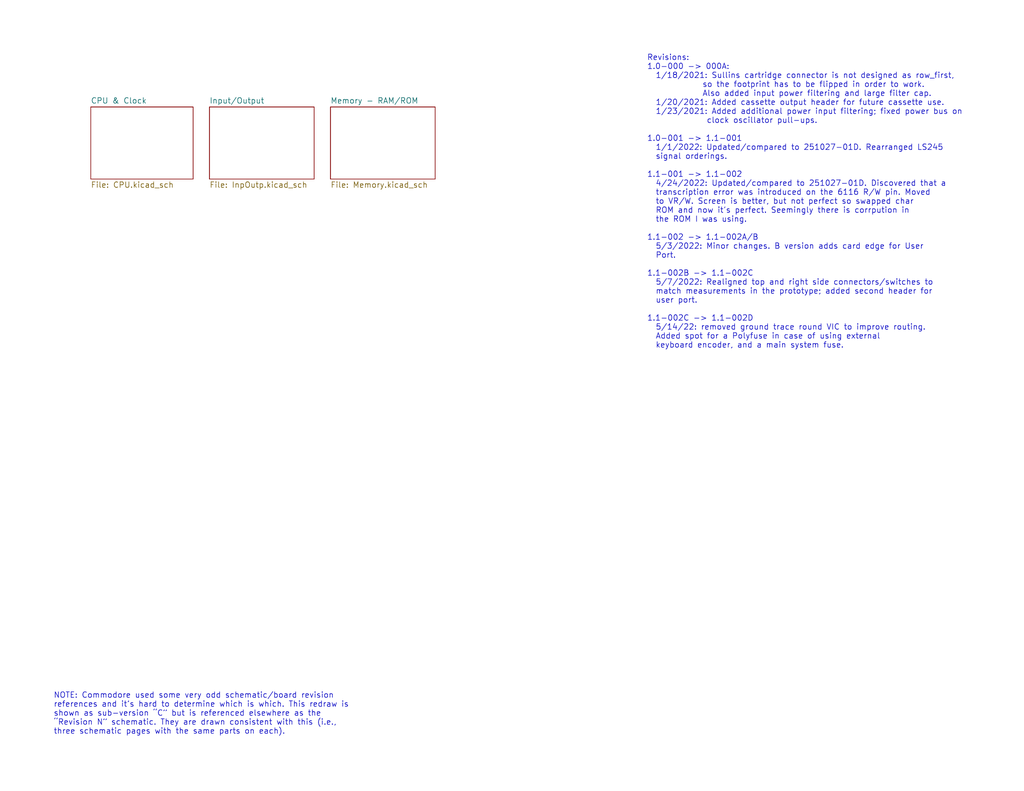
<source format=kicad_sch>
(kicad_sch (version 20211123) (generator eeschema)
  (paper "USLetter")
  (title_block (title "VIC RELOADED") (date "2022-05-14") (rev "1.1-002D") (company "Steve J. Gray and Rich Cini") (comment 1 "Transcribed from CBM VIC-20cr schematics 251027-01D") (comment 2 "ECO 830151 4/12/83"))
  (lib_symbols)
  (text "NOTE: Commodore used some very odd schematic/board revision\nreferences and it’s hard to determine which is which. This redraw is\nshown as sub-version “C” but is referenced elsewhere as the \n“Revision N” schematic. They are drawn consistent with this (i.e., \nthree schematic pages with the same parts on each)." (at 14.605 200.66 0) (effects (font (size 1.524 1.524)) (justify left bottom)))
  (text "Revisions:\n1.0-000 -> 000A: \n  1/18/2021: Sullins cartridge connector is not designed as row_first,\n             so the footprint has to be flipped in order to work.\n             Also added input power filtering and large filter cap.\n  1/20/2021: Added cassette output header for future cassette use.\n  1/23/2021: Added additional power input filtering; fixed power bus on\n              clock oscillator pull-ups.\n\n1.0-001 -> 1.1-001\n  1/1/2022: Updated/compared to 251027-01D. Rearranged LS245 \n  signal orderings.\n\n1.1-001 -> 1.1-002\n  4/24/2022: Updated/compared to 251027-01D. Discovered that a\n  transcription error was introduced on the 6116 R/W pin. Moved\n  to VR/W. Screen is better, but not perfect so swapped char\n  ROM and now it's perfect. Seemingly there is corrpution in\n  the ROM I was using.\n\n1.1-002 -> 1.1-002A/B\n  5/3/2022: Minor changes. B version adds card edge for User\n  Port.\n\n1.1-002B -> 1.1-002C\n  5/7/2022: Realigned top and right side connectors/switches to\n  match measurements in the prototype; added second header for\n  user port.\n\n1.1-002C -> 1.1-002D\n  5/14/22: removed ground trace round VIC to improve routing.\n  Added spot for a Polyfuse in case of using external\n  keyboard encoder, and a main system fuse.\n" (at 176.53 95.25 0) (effects (font (size 1.524 1.524)) (justify left bottom)))
  (sheet (at 90.17 29.21) (size 28.575 19.685)
    (property "Sheet name" "Memory - RAM/ROM" (at 90.17 28.3714 0) (effects (font (size 1.524 1.524)) (justify left bottom)))
    (property "Sheet file" "Memory.kicad_sch" (at 90.17 49.5812 0) (effects (font (size 1.524 1.524)) (justify left top)))
  )
  (sheet (at 57.15 29.21) (size 28.575 19.685)
    (property "Sheet name" "Input/Output" (at 57.15 28.3714 0) (effects (font (size 1.524 1.524)) (justify left bottom)))
    (property "Sheet file" "InpOutp.kicad_sch" (at 57.15 49.5812 0) (effects (font (size 1.524 1.524)) (justify left top)))
  )
  (sheet (at 24.765 29.21) (size 27.94 19.685)
    (property "Sheet name" "CPU & Clock" (at 24.765 28.3714 0) (effects (font (size 1.524 1.524)) (justify left bottom)))
    (property "Sheet file" "CPU.kicad_sch" (at 24.765 49.5812 0) (effects (font (size 1.524 1.524)) (justify left top)))
  )
)
</source>
